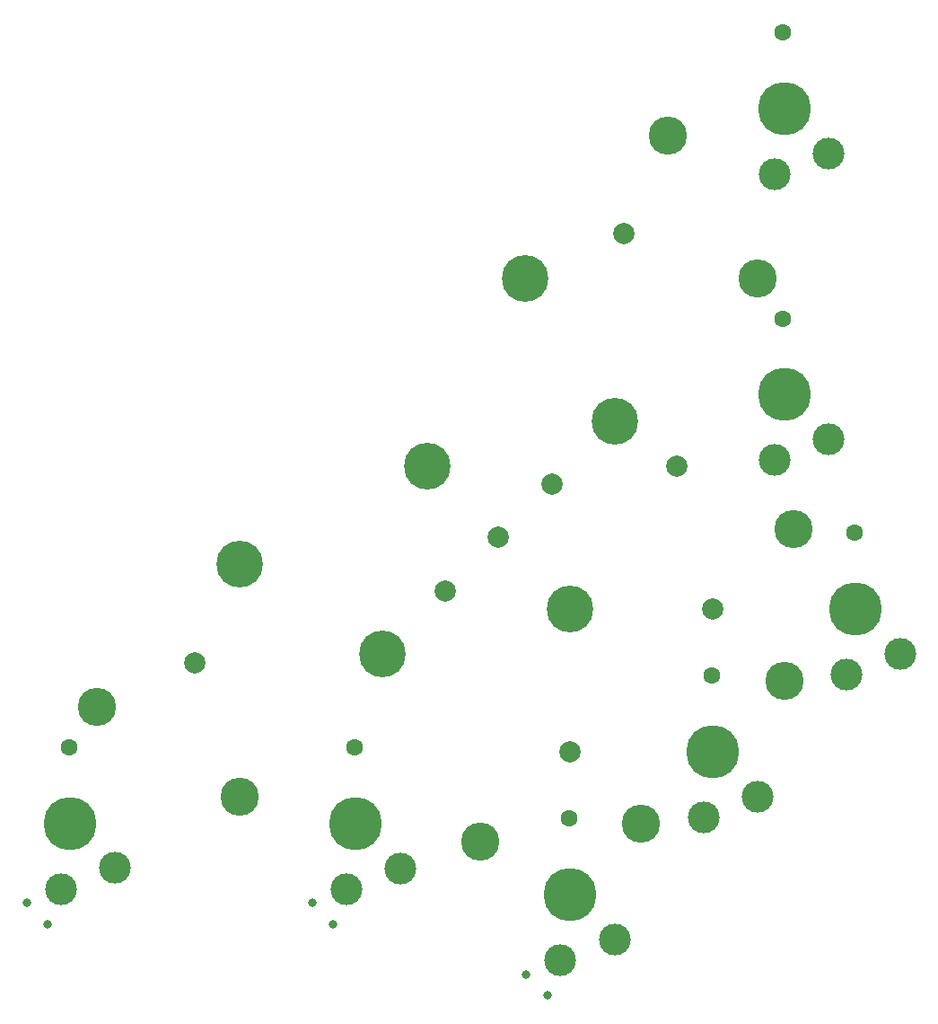
<source format=gts>
G04 #@! TF.GenerationSoftware,KiCad,Pcbnew,8.0.5*
G04 #@! TF.CreationDate,2024-09-18T07:32:08+09:00*
G04 #@! TF.ProjectId,SandyLP_Middle,53616e64-794c-4505-9f4d-6964646c652e,v.0*
G04 #@! TF.SameCoordinates,Original*
G04 #@! TF.FileFunction,Soldermask,Top*
G04 #@! TF.FilePolarity,Negative*
%FSLAX46Y46*%
G04 Gerber Fmt 4.6, Leading zero omitted, Abs format (unit mm)*
G04 Created by KiCad (PCBNEW 8.0.5) date 2024-09-18 07:32:08*
%MOMM*%
%LPD*%
G01*
G04 APERTURE LIST*
%ADD10C,3.600000*%
%ADD11C,3.000000*%
%ADD12C,5.000000*%
%ADD13C,1.600000*%
%ADD14C,0.800000*%
%ADD15C,4.400000*%
%ADD16C,2.000000*%
G04 APERTURE END LIST*
D10*
X176140787Y-22834167D03*
X184559777Y-36304552D03*
D11*
X192936783Y-73641999D03*
D12*
X193820666Y-67454815D03*
D11*
X198027951Y-71662100D03*
D13*
X193714600Y-60277681D03*
D10*
X187927373Y-59877724D03*
D11*
X186201591Y-26495654D03*
D12*
X187085474Y-20308470D03*
D11*
X191292759Y-24515755D03*
D13*
X186979408Y-13131336D03*
D11*
X145808145Y-93865281D03*
D12*
X146692028Y-87678097D03*
D11*
X150899313Y-91885382D03*
D13*
X146585962Y-80500963D03*
D14*
X142590809Y-95173429D03*
X144570708Y-97153328D03*
D11*
X186201591Y-53436423D03*
D12*
X187085474Y-47249239D03*
D11*
X191292759Y-51456524D03*
D13*
X186979408Y-40072105D03*
D10*
X173615090Y-87660391D03*
X158460908Y-89344189D03*
X187085474Y-74190007D03*
D11*
X118849670Y-93847575D03*
D12*
X119733553Y-87660391D03*
D11*
X123940838Y-91867676D03*
D13*
X119627487Y-80483257D03*
D14*
X115632334Y-95155723D03*
X117612233Y-97135622D03*
D10*
X122259250Y-76715704D03*
X135729635Y-85134694D03*
D11*
X165996015Y-100582767D03*
D12*
X166879898Y-94395583D03*
D11*
X171087183Y-98602868D03*
D13*
X166773832Y-87218449D03*
D14*
X162778679Y-101890915D03*
X164758578Y-103870814D03*
D11*
X179466399Y-87112383D03*
D12*
X180350282Y-80925199D03*
D11*
X184557567Y-85132484D03*
D13*
X180244216Y-73748065D03*
D10*
X149200019Y-71664310D03*
D15*
X149200019Y-71664310D03*
X153409514Y-53984431D03*
X166879898Y-67454815D03*
D16*
X166879898Y-80925199D03*
X165196100Y-55668229D03*
D10*
X135729635Y-63245320D03*
D15*
X135729635Y-63245320D03*
D16*
X176982686Y-53984431D03*
X155093312Y-65771017D03*
D10*
X162670403Y-36304552D03*
D15*
X162670403Y-36304552D03*
D10*
X171089393Y-49774936D03*
D15*
X171089393Y-49774936D03*
D16*
X131520140Y-72506209D03*
X180350282Y-67454815D03*
X160144706Y-60719623D03*
X171931292Y-32095057D03*
M02*

</source>
